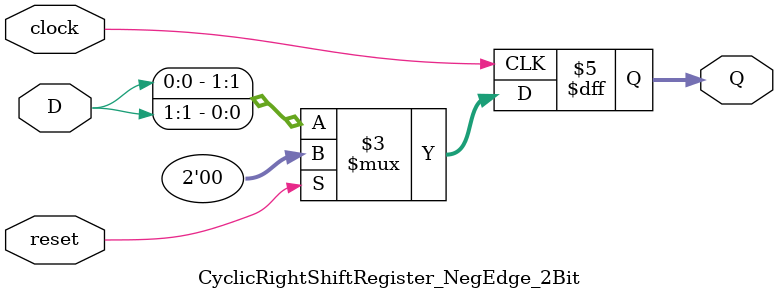
<source format=v>
module CyclicRightShiftRegister_NegEdge_2Bit (clock, reset, D, Q);
    input clock;
    input reset;
    input [1:0] D;
    output reg [1:0] Q;

    always @(negedge clock)
    begin
        if (reset)
            Q <= 2'b00;
        else
            Q <= {D[0], D[1:1]};        
    end
endmodule

</source>
